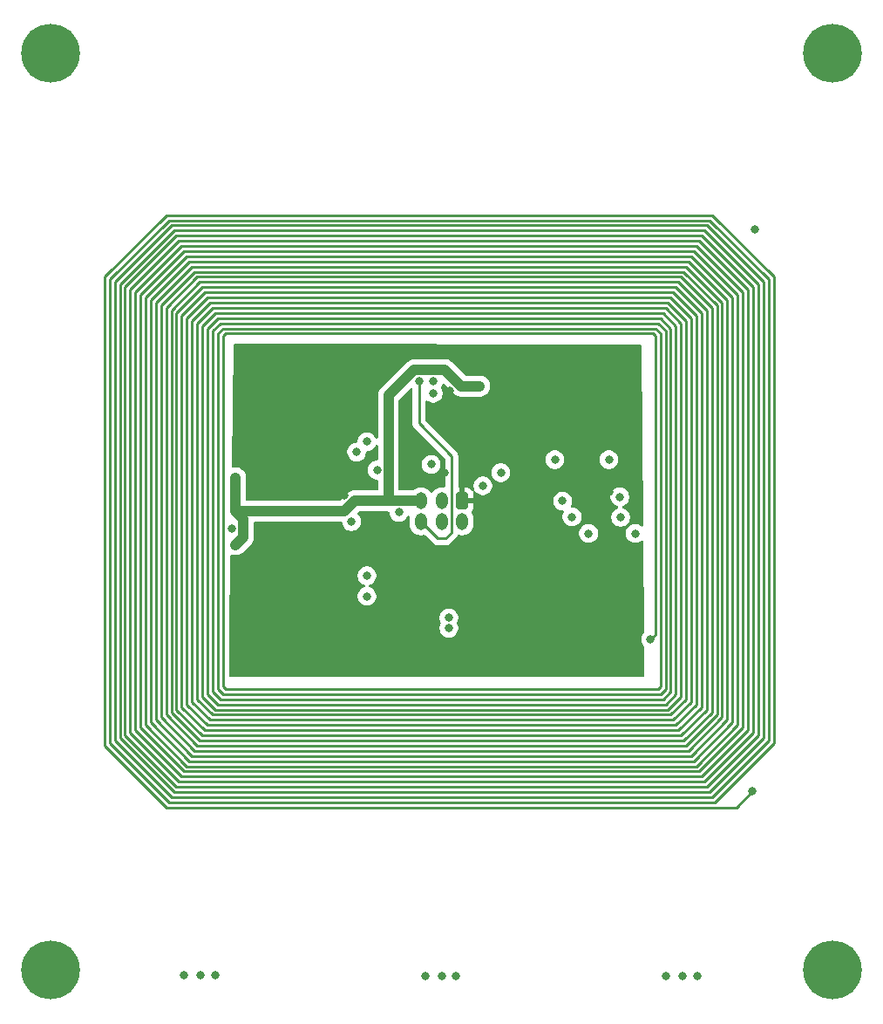
<source format=gbr>
%TF.GenerationSoftware,KiCad,Pcbnew,9.0.3*%
%TF.CreationDate,2025-09-24T18:37:52-07:00*%
%TF.ProjectId,XY_Faces_V3,58595f46-6163-4657-935f-56332e6b6963,3.0*%
%TF.SameCoordinates,Original*%
%TF.FileFunction,Copper,L2,Inr*%
%TF.FilePolarity,Positive*%
%FSLAX46Y46*%
G04 Gerber Fmt 4.6, Leading zero omitted, Abs format (unit mm)*
G04 Created by KiCad (PCBNEW 9.0.3) date 2025-09-24 18:37:52*
%MOMM*%
%LPD*%
G01*
G04 APERTURE LIST*
G04 Aperture macros list*
%AMRoundRect*
0 Rectangle with rounded corners*
0 $1 Rounding radius*
0 $2 $3 $4 $5 $6 $7 $8 $9 X,Y pos of 4 corners*
0 Add a 4 corners polygon primitive as box body*
4,1,4,$2,$3,$4,$5,$6,$7,$8,$9,$2,$3,0*
0 Add four circle primitives for the rounded corners*
1,1,$1+$1,$2,$3*
1,1,$1+$1,$4,$5*
1,1,$1+$1,$6,$7*
1,1,$1+$1,$8,$9*
0 Add four rect primitives between the rounded corners*
20,1,$1+$1,$2,$3,$4,$5,0*
20,1,$1+$1,$4,$5,$6,$7,0*
20,1,$1+$1,$6,$7,$8,$9,0*
20,1,$1+$1,$8,$9,$2,$3,0*%
G04 Aperture macros list end*
%TA.AperFunction,ComponentPad*%
%ADD10C,5.700000*%
%TD*%
%TA.AperFunction,ComponentPad*%
%ADD11RoundRect,0.250000X0.350000X0.575000X-0.350000X0.575000X-0.350000X-0.575000X0.350000X-0.575000X0*%
%TD*%
%TA.AperFunction,ComponentPad*%
%ADD12O,1.200000X1.650000*%
%TD*%
%TA.AperFunction,ViaPad*%
%ADD13C,0.800000*%
%TD*%
%TA.AperFunction,Conductor*%
%ADD14C,1.000000*%
%TD*%
%TA.AperFunction,Conductor*%
%ADD15C,0.250000*%
%TD*%
G04 APERTURE END LIST*
D10*
%TO.N,unconnected-(J2-Pin_1-Pad1)*%
%TO.C,J2*%
X106500000Y-70300000D03*
%TD*%
%TO.N,unconnected-(J3-Pin_1-Pad1)*%
%TO.C,J3*%
X106500000Y-159300000D03*
%TD*%
%TO.N,unconnected-(J4-Pin_1-Pad1)*%
%TO.C,J4*%
X182500000Y-70300000D03*
%TD*%
%TO.N,unconnected-(J5-Pin_1-Pad1)*%
%TO.C,J5*%
X182500000Y-159300000D03*
%TD*%
D11*
%TO.N,GND*%
%TO.C,CN1*%
X146500001Y-113750001D03*
D12*
%TO.N,SDAIN*%
X146500001Y-115750002D03*
%TO.N,VSOLAR*%
X144500000Y-113750001D03*
%TO.N,+3V3*%
X144500001Y-115750001D03*
%TO.N,VSOLAR*%
X142500001Y-113750001D03*
%TO.N,SCLIN*%
X142500000Y-115750001D03*
%TD*%
D13*
%TO.N,GND*%
X153250000Y-111750000D03*
X169300000Y-159860000D03*
X153500000Y-116000000D03*
X160825000Y-112900000D03*
X157100000Y-110000000D03*
X143800000Y-126000000D03*
X145272182Y-103027818D03*
X144520000Y-159900000D03*
X119500000Y-159800000D03*
X167920000Y-159860000D03*
X144750000Y-111000000D03*
X142900000Y-159900000D03*
X166300000Y-159860000D03*
X145900000Y-159900000D03*
X146112347Y-118387653D03*
X154500000Y-117250000D03*
X135015253Y-113208948D03*
X121120000Y-159800000D03*
X124150000Y-116450000D03*
X122500000Y-159800000D03*
X160750000Y-114500000D03*
%TO.N,+3V3*%
X150250000Y-111000000D03*
X145200000Y-125100000D03*
X143700000Y-102100000D03*
X163300000Y-116900000D03*
X138227388Y-110744462D03*
X135750000Y-115750000D03*
X143700000Y-103300000D03*
X140346149Y-114850001D03*
X160750000Y-109750000D03*
X158775000Y-116900000D03*
X145200000Y-126100000D03*
X155500000Y-109750000D03*
%TO.N,VSOLAR*%
X146400000Y-102600000D03*
X124500000Y-114750000D03*
X124500000Y-111500000D03*
X124500000Y-118000000D03*
X148200000Y-102600000D03*
%TO.N,/SCL*%
X148508348Y-112272245D03*
X143496487Y-110201487D03*
%TO.N,/SDA*%
X157165885Y-115284647D03*
X156250000Y-113750000D03*
%TO.N,Net-(SC3--)*%
X137250000Y-123000000D03*
X136250000Y-109000000D03*
X137250000Y-108000000D03*
X137250000Y-121000000D03*
%TO.N,Net-(U3-OUT+)*%
X161890000Y-115330000D03*
X174680000Y-141950000D03*
X161820000Y-113350000D03*
X164800000Y-127190000D03*
X174900000Y-87350000D03*
%TO.N,SCLIN*%
X142300000Y-102100000D03*
%TD*%
D14*
%TO.N,VSOLAR*%
X139328388Y-113521613D02*
X139328388Y-103514562D01*
X139328388Y-103514562D02*
X141843950Y-100999000D01*
X124500000Y-114750000D02*
X125251000Y-115501000D01*
X141843950Y-100999000D02*
X144799000Y-100999000D01*
X125251000Y-115501000D02*
X125251000Y-117249000D01*
X136031250Y-113750001D02*
X135031251Y-114750000D01*
X142500001Y-113750001D02*
X139100000Y-113750001D01*
X139100000Y-113750001D02*
X136031250Y-113750001D01*
X135031251Y-114750000D02*
X124500000Y-114750000D01*
X144799000Y-100999000D02*
X146400000Y-102600000D01*
X139100000Y-113750001D02*
X139328388Y-113521613D01*
X124500000Y-114750000D02*
X124500000Y-111500000D01*
X125251000Y-117249000D02*
X124500000Y-118000000D01*
X146400000Y-102600000D02*
X148200000Y-102600000D01*
D15*
%TO.N,Net-(U3-OUT+)*%
X167750000Y-132750000D02*
X167750000Y-96500000D01*
X170750000Y-142500000D02*
X176250000Y-137000000D01*
X168250000Y-133000000D02*
X168250000Y-96250000D01*
X172250000Y-135000000D02*
X172250000Y-94250000D01*
X112750000Y-92500000D02*
X112750000Y-137000000D01*
X168500000Y-138000000D02*
X171750000Y-134750000D01*
X173750000Y-135750000D02*
X173750000Y-93500000D01*
X173250000Y-93750000D02*
X169000000Y-89500000D01*
X113750000Y-136500000D02*
X118750000Y-141500000D01*
X121250000Y-132750000D02*
X122500000Y-134000000D01*
X120000000Y-90500000D02*
X116250000Y-94250000D01*
X122750000Y-97500000D02*
X122750000Y-132000000D01*
X114250000Y-136250000D02*
X119000000Y-141000000D01*
X166000000Y-133000000D02*
X166750000Y-132250000D01*
X168750000Y-138500000D02*
X172250000Y-135000000D01*
X121500000Y-136000000D02*
X167500000Y-136000000D01*
X123500000Y-132000000D02*
X165500000Y-132000000D01*
X174750000Y-136250000D02*
X174750000Y-93000000D01*
X117750000Y-143500000D02*
X173130000Y-143500000D01*
X167250000Y-132500000D02*
X167250000Y-96750000D01*
X121000000Y-137000000D02*
X168000000Y-137000000D01*
X167750000Y-92000000D02*
X120750000Y-92000000D01*
X170750000Y-95000000D02*
X167750000Y-92000000D01*
X171250000Y-134500000D02*
X171250000Y-94750000D01*
X169250000Y-89000000D02*
X119250000Y-89000000D01*
X121500000Y-93500000D02*
X119250000Y-95750000D01*
X122000000Y-135000000D02*
X167000000Y-135000000D01*
X167000000Y-135000000D02*
X168750000Y-133250000D01*
X118750000Y-88000000D02*
X113750000Y-93000000D01*
X121750000Y-135500000D02*
X167250000Y-135500000D01*
X116750000Y-94500000D02*
X116750000Y-135000000D01*
X123500000Y-97500000D02*
X123250000Y-97750000D01*
X170250000Y-95250000D02*
X167500000Y-92500000D01*
X174250000Y-93250000D02*
X169500000Y-88500000D01*
X116250000Y-135250000D02*
X120000000Y-139000000D01*
X167750000Y-96500000D02*
X166250000Y-95000000D01*
X117750000Y-86000000D02*
X111750000Y-92000000D01*
X119750000Y-139500000D02*
X169250000Y-139500000D01*
X114250000Y-93250000D02*
X114250000Y-136250000D01*
X165250000Y-126740000D02*
X165250000Y-97750000D01*
X169500000Y-140000000D02*
X173750000Y-135750000D01*
X165000000Y-97500000D02*
X123500000Y-97500000D01*
X120250000Y-138500000D02*
X168750000Y-138500000D01*
X175250000Y-136500000D02*
X175250000Y-92750000D01*
X168000000Y-137000000D02*
X170750000Y-134250000D01*
X175750000Y-136750000D02*
X175750000Y-92500000D01*
X165250000Y-97000000D02*
X123250000Y-97000000D01*
X174250000Y-136000000D02*
X174250000Y-93250000D01*
X169000000Y-89500000D02*
X119500000Y-89500000D01*
X171750000Y-134750000D02*
X171750000Y-94500000D01*
X118250000Y-95250000D02*
X118250000Y-134250000D01*
X166250000Y-132000000D02*
X166250000Y-97250000D01*
X170250000Y-134000000D02*
X170250000Y-95250000D01*
X119000000Y-141000000D02*
X170000000Y-141000000D01*
X169750000Y-133750000D02*
X169750000Y-95500000D01*
X118500000Y-142000000D02*
X170500000Y-142000000D01*
X168750000Y-133250000D02*
X168750000Y-96000000D01*
X111750000Y-137500000D02*
X117750000Y-143500000D01*
X118750000Y-141500000D02*
X170250000Y-141500000D01*
X176250000Y-92250000D02*
X170500000Y-86500000D01*
X166250000Y-97250000D02*
X165500000Y-96500000D01*
X165750000Y-131750000D02*
X165750000Y-97500000D01*
X119000000Y-88500000D02*
X114250000Y-93250000D01*
X166000000Y-95500000D02*
X122500000Y-95500000D01*
X113750000Y-93000000D02*
X113750000Y-136500000D01*
X119250000Y-89000000D02*
X114750000Y-93500000D01*
X118000000Y-86500000D02*
X112250000Y-92250000D01*
X165750000Y-132500000D02*
X166250000Y-132000000D01*
X120000000Y-139000000D02*
X169000000Y-139000000D01*
X119500000Y-89500000D02*
X115250000Y-93750000D01*
X112750000Y-137000000D02*
X118250000Y-142500000D01*
X117250000Y-134750000D02*
X120500000Y-138000000D01*
X167250000Y-93000000D02*
X121250000Y-93000000D01*
X169000000Y-139000000D02*
X172750000Y-135250000D01*
X166750000Y-134500000D02*
X168250000Y-133000000D01*
X117750000Y-134500000D02*
X120750000Y-137500000D01*
X123250000Y-131750000D02*
X123500000Y-132000000D01*
X169250000Y-95750000D02*
X167000000Y-93500000D01*
X120500000Y-138000000D02*
X168500000Y-138000000D01*
X176750000Y-92000000D02*
X170750000Y-86000000D01*
X120250000Y-91000000D02*
X116750000Y-94500000D01*
X168750000Y-90000000D02*
X119750000Y-90000000D01*
X122000000Y-94500000D02*
X120250000Y-96250000D01*
X122250000Y-132250000D02*
X123000000Y-133000000D01*
X120750000Y-92000000D02*
X117750000Y-95000000D01*
X165500000Y-96500000D02*
X123000000Y-96500000D01*
X170500000Y-86500000D02*
X118000000Y-86500000D01*
X167250000Y-96750000D02*
X166000000Y-95500000D01*
X165750000Y-96000000D02*
X122750000Y-96000000D01*
X170000000Y-87500000D02*
X118500000Y-87500000D01*
X122750000Y-96000000D02*
X121750000Y-97000000D01*
X173750000Y-93500000D02*
X169250000Y-89000000D01*
X166750000Y-132250000D02*
X166750000Y-97000000D01*
X168250000Y-137500000D02*
X171250000Y-134500000D01*
X168250000Y-91000000D02*
X120250000Y-91000000D01*
X168500000Y-90500000D02*
X120000000Y-90500000D01*
X115250000Y-135750000D02*
X119500000Y-140000000D01*
X166500000Y-94500000D02*
X122000000Y-94500000D01*
X168000000Y-91500000D02*
X120500000Y-91500000D01*
X116750000Y-135000000D02*
X120250000Y-138500000D01*
X115250000Y-93750000D02*
X115250000Y-135750000D01*
X120750000Y-133000000D02*
X122250000Y-134500000D01*
X115750000Y-94000000D02*
X115750000Y-135500000D01*
X176750000Y-137250000D02*
X176750000Y-92000000D01*
X113250000Y-136750000D02*
X118500000Y-142000000D01*
X122750000Y-132000000D02*
X123250000Y-132500000D01*
X120500000Y-91500000D02*
X117250000Y-94750000D01*
X117750000Y-95000000D02*
X117750000Y-134500000D01*
X119250000Y-133750000D02*
X121500000Y-136000000D01*
X120250000Y-96250000D02*
X120250000Y-133250000D01*
X118750000Y-95500000D02*
X118750000Y-134000000D01*
X171000000Y-143000000D02*
X176750000Y-137250000D01*
X170250000Y-141500000D02*
X175250000Y-136500000D01*
X123000000Y-133000000D02*
X166000000Y-133000000D01*
X119750000Y-133500000D02*
X121750000Y-135500000D01*
X169500000Y-88500000D02*
X119000000Y-88500000D01*
X118750000Y-134000000D02*
X121250000Y-136500000D01*
X112250000Y-92250000D02*
X112250000Y-137250000D01*
X166250000Y-95000000D02*
X122250000Y-95000000D01*
X170500000Y-142000000D02*
X175750000Y-136750000D01*
X115750000Y-135500000D02*
X119750000Y-139500000D01*
X119500000Y-140000000D02*
X169500000Y-140000000D01*
X172750000Y-94000000D02*
X168750000Y-90000000D01*
X120250000Y-133250000D02*
X122000000Y-135000000D01*
X121750000Y-97000000D02*
X121750000Y-132500000D01*
X123250000Y-97000000D02*
X122750000Y-97500000D01*
X170000000Y-141000000D02*
X174750000Y-136250000D01*
X122250000Y-97250000D02*
X122250000Y-132250000D01*
X167500000Y-92500000D02*
X121000000Y-92500000D01*
X166750000Y-94000000D02*
X121750000Y-94000000D01*
X170750000Y-86000000D02*
X117750000Y-86000000D01*
X121000000Y-92500000D02*
X118250000Y-95250000D01*
X176250000Y-137000000D02*
X176250000Y-92250000D01*
X121750000Y-132500000D02*
X122750000Y-133500000D01*
X119250000Y-95750000D02*
X119250000Y-133750000D01*
X169250000Y-133500000D02*
X169250000Y-95750000D01*
X167250000Y-135500000D02*
X169250000Y-133500000D01*
X172250000Y-94250000D02*
X168500000Y-90500000D01*
X118250000Y-134250000D02*
X121000000Y-137000000D01*
X121250000Y-96750000D02*
X121250000Y-132750000D01*
X165500000Y-132000000D02*
X165750000Y-131750000D01*
X175250000Y-92750000D02*
X170000000Y-87500000D01*
X121250000Y-93000000D02*
X118750000Y-95500000D01*
X168750000Y-96000000D02*
X166750000Y-94000000D01*
X116250000Y-94250000D02*
X116250000Y-135250000D01*
X123000000Y-96500000D02*
X122250000Y-97250000D01*
X111750000Y-92000000D02*
X111750000Y-137500000D01*
X169750000Y-88000000D02*
X118750000Y-88000000D01*
X122250000Y-95000000D02*
X120750000Y-96500000D01*
X170250000Y-87000000D02*
X118250000Y-87000000D01*
X121750000Y-94000000D02*
X119750000Y-96000000D01*
X166250000Y-133500000D02*
X167250000Y-132500000D01*
X173250000Y-135500000D02*
X173250000Y-93750000D01*
X119750000Y-90000000D02*
X115750000Y-94000000D01*
X172750000Y-135250000D02*
X172750000Y-94000000D01*
X118500000Y-87500000D02*
X113250000Y-92750000D01*
X114750000Y-93500000D02*
X114750000Y-136000000D01*
X122500000Y-95500000D02*
X121250000Y-96750000D01*
X118250000Y-87000000D02*
X112750000Y-92500000D01*
X122250000Y-134500000D02*
X166750000Y-134500000D01*
X173130000Y-143500000D02*
X174680000Y-141950000D01*
X122500000Y-134000000D02*
X166500000Y-134000000D01*
X113250000Y-92750000D02*
X113250000Y-136750000D01*
X114750000Y-136000000D02*
X119250000Y-140500000D01*
X121250000Y-136500000D02*
X167750000Y-136500000D01*
X169750000Y-140500000D02*
X174250000Y-136000000D01*
X169250000Y-139500000D02*
X173250000Y-135500000D01*
X122750000Y-133500000D02*
X166250000Y-133500000D01*
X123250000Y-132500000D02*
X165750000Y-132500000D01*
X166500000Y-134000000D02*
X167750000Y-132750000D01*
X167000000Y-93500000D02*
X121500000Y-93500000D01*
X165250000Y-97750000D02*
X165000000Y-97500000D01*
X174750000Y-93000000D02*
X169750000Y-88000000D01*
X123250000Y-97750000D02*
X123250000Y-131750000D01*
X167500000Y-136000000D02*
X169750000Y-133750000D01*
X118250000Y-142500000D02*
X170750000Y-142500000D01*
X170750000Y-134250000D02*
X170750000Y-95000000D01*
X120750000Y-137500000D02*
X168250000Y-137500000D01*
X168250000Y-96250000D02*
X166500000Y-94500000D01*
X167750000Y-136500000D02*
X170250000Y-134000000D01*
X166750000Y-97000000D02*
X165750000Y-96000000D01*
X119750000Y-96000000D02*
X119750000Y-133500000D01*
X165750000Y-97500000D02*
X165250000Y-97000000D01*
X171250000Y-94750000D02*
X168000000Y-91500000D01*
X118000000Y-143000000D02*
X171000000Y-143000000D01*
X117250000Y-94750000D02*
X117250000Y-134750000D01*
X175750000Y-92500000D02*
X170250000Y-87000000D01*
X112250000Y-137250000D02*
X118000000Y-143000000D01*
X171750000Y-94500000D02*
X168250000Y-91000000D01*
X119250000Y-140500000D02*
X169750000Y-140500000D01*
X120750000Y-96500000D02*
X120750000Y-133000000D01*
X164800000Y-127190000D02*
X165250000Y-126740000D01*
X169750000Y-95500000D02*
X167250000Y-93000000D01*
%TO.N,SCLIN*%
X144900000Y-117400000D02*
X144149999Y-117400000D01*
X142300000Y-106200000D02*
X145476000Y-109376000D01*
X145476000Y-116824000D02*
X144900000Y-117400000D01*
X144149999Y-117400000D02*
X142500000Y-115750001D01*
X142300000Y-102100000D02*
X142300000Y-106200000D01*
X145476000Y-109376000D02*
X145476000Y-116824000D01*
%TD*%
%TA.AperFunction,Conductor*%
%TO.N,GND*%
G36*
X163824707Y-98596543D02*
G01*
X163891694Y-98616396D01*
X163937316Y-98669315D01*
X163948389Y-98719570D01*
X164084704Y-116099882D01*
X164065546Y-116167074D01*
X164013103Y-116213242D01*
X163944024Y-116223727D01*
X163884229Y-116197661D01*
X163884200Y-116197706D01*
X163883953Y-116197541D01*
X163882044Y-116196709D01*
X163879134Y-116194321D01*
X163730342Y-116094901D01*
X163730332Y-116094896D01*
X163565000Y-116026413D01*
X163564992Y-116026411D01*
X163389483Y-115991500D01*
X163389479Y-115991500D01*
X163210521Y-115991500D01*
X163210516Y-115991500D01*
X163035007Y-116026411D01*
X163034999Y-116026413D01*
X162869667Y-116094896D01*
X162869657Y-116094901D01*
X162720865Y-116194321D01*
X162720861Y-116194324D01*
X162594324Y-116320861D01*
X162594321Y-116320865D01*
X162494901Y-116469657D01*
X162494896Y-116469667D01*
X162426413Y-116634999D01*
X162426411Y-116635007D01*
X162391500Y-116810516D01*
X162391500Y-116989483D01*
X162426411Y-117164992D01*
X162426413Y-117165000D01*
X162494896Y-117330332D01*
X162494901Y-117330342D01*
X162594321Y-117479134D01*
X162594324Y-117479138D01*
X162720861Y-117605675D01*
X162720865Y-117605678D01*
X162869657Y-117705098D01*
X162869661Y-117705100D01*
X162869664Y-117705102D01*
X163035000Y-117773587D01*
X163210516Y-117808499D01*
X163210520Y-117808500D01*
X163210521Y-117808500D01*
X163389480Y-117808500D01*
X163389481Y-117808499D01*
X163565000Y-117773587D01*
X163730336Y-117705102D01*
X163879135Y-117605678D01*
X163885464Y-117599349D01*
X163946785Y-117565861D01*
X164016477Y-117570842D01*
X164072413Y-117612711D01*
X164096833Y-117678174D01*
X164097145Y-117686053D01*
X164166169Y-126486677D01*
X164147011Y-126553869D01*
X164129856Y-126575329D01*
X164094324Y-126610862D01*
X164094319Y-126610868D01*
X163994901Y-126759657D01*
X163994896Y-126759667D01*
X163926413Y-126924999D01*
X163926411Y-126925007D01*
X163891500Y-127100516D01*
X163891500Y-127279483D01*
X163926411Y-127454992D01*
X163926413Y-127455000D01*
X163994896Y-127620332D01*
X163994901Y-127620342D01*
X164094321Y-127769134D01*
X164094324Y-127769138D01*
X164140958Y-127815771D01*
X164174444Y-127877094D01*
X164177274Y-127902480D01*
X164199020Y-130675027D01*
X164179862Y-130742219D01*
X164127419Y-130788387D01*
X164075024Y-130800000D01*
X124007500Y-130800000D01*
X123940461Y-130780315D01*
X123894706Y-130727511D01*
X123883500Y-130676000D01*
X123883500Y-125456981D01*
X123883515Y-125455044D01*
X123890461Y-125010516D01*
X144291500Y-125010516D01*
X144291500Y-125189483D01*
X144326411Y-125364992D01*
X144326413Y-125365000D01*
X144394898Y-125530336D01*
X144395418Y-125531115D01*
X144395565Y-125531584D01*
X144397768Y-125535706D01*
X144396986Y-125536123D01*
X144416292Y-125597794D01*
X144397804Y-125665173D01*
X144395418Y-125668885D01*
X144394898Y-125669663D01*
X144326413Y-125834999D01*
X144326411Y-125835007D01*
X144291500Y-126010516D01*
X144291500Y-126189483D01*
X144326411Y-126364992D01*
X144326413Y-126365000D01*
X144394896Y-126530332D01*
X144394901Y-126530342D01*
X144494321Y-126679134D01*
X144494324Y-126679138D01*
X144620861Y-126805675D01*
X144620865Y-126805678D01*
X144769657Y-126905098D01*
X144769661Y-126905100D01*
X144769664Y-126905102D01*
X144935000Y-126973587D01*
X145110516Y-127008499D01*
X145110520Y-127008500D01*
X145110521Y-127008500D01*
X145289480Y-127008500D01*
X145289481Y-127008499D01*
X145465000Y-126973587D01*
X145630336Y-126905102D01*
X145779135Y-126805678D01*
X145905678Y-126679135D01*
X146005102Y-126530336D01*
X146073587Y-126365000D01*
X146108500Y-126189479D01*
X146108500Y-126010521D01*
X146073587Y-125835000D01*
X146005102Y-125669664D01*
X146004587Y-125668893D01*
X146004441Y-125668428D01*
X146002229Y-125664289D01*
X146003013Y-125663869D01*
X145983708Y-125602216D01*
X146002191Y-125534835D01*
X146004587Y-125531107D01*
X146004689Y-125530953D01*
X146005102Y-125530336D01*
X146073587Y-125365000D01*
X146108500Y-125189479D01*
X146108500Y-125010521D01*
X146073587Y-124835000D01*
X146005102Y-124669664D01*
X146005100Y-124669661D01*
X146005098Y-124669657D01*
X145905678Y-124520865D01*
X145905675Y-124520861D01*
X145779138Y-124394324D01*
X145779134Y-124394321D01*
X145630342Y-124294901D01*
X145630332Y-124294896D01*
X145465000Y-124226413D01*
X145464992Y-124226411D01*
X145289483Y-124191500D01*
X145289479Y-124191500D01*
X145110521Y-124191500D01*
X145110516Y-124191500D01*
X144935007Y-124226411D01*
X144934999Y-124226413D01*
X144769667Y-124294896D01*
X144769657Y-124294901D01*
X144620865Y-124394321D01*
X144620861Y-124394324D01*
X144494324Y-124520861D01*
X144494321Y-124520865D01*
X144394901Y-124669657D01*
X144394896Y-124669667D01*
X144326413Y-124834999D01*
X144326411Y-124835007D01*
X144291500Y-125010516D01*
X123890461Y-125010516D01*
X123890586Y-125002492D01*
X123893203Y-124834999D01*
X123954523Y-120910516D01*
X136341500Y-120910516D01*
X136341500Y-121089483D01*
X136376411Y-121264992D01*
X136376413Y-121265000D01*
X136444896Y-121430332D01*
X136444901Y-121430342D01*
X136544321Y-121579134D01*
X136544324Y-121579138D01*
X136670861Y-121705675D01*
X136670865Y-121705678D01*
X136819657Y-121805098D01*
X136819661Y-121805100D01*
X136819664Y-121805102D01*
X136985000Y-121873587D01*
X136985004Y-121873587D01*
X136985005Y-121873588D01*
X137009109Y-121878383D01*
X137071020Y-121910768D01*
X137105594Y-121971484D01*
X137101854Y-122041253D01*
X137060987Y-122097925D01*
X137009109Y-122121617D01*
X136985005Y-122126411D01*
X136984999Y-122126413D01*
X136819667Y-122194896D01*
X136819657Y-122194901D01*
X136670865Y-122294321D01*
X136670861Y-122294324D01*
X136544324Y-122420861D01*
X136544321Y-122420865D01*
X136444901Y-122569657D01*
X136444896Y-122569667D01*
X136376413Y-122734999D01*
X136376411Y-122735007D01*
X136341500Y-122910516D01*
X136341500Y-123089483D01*
X136376411Y-123264992D01*
X136376413Y-123265000D01*
X136444896Y-123430332D01*
X136444901Y-123430342D01*
X136544321Y-123579134D01*
X136544324Y-123579138D01*
X136670861Y-123705675D01*
X136670865Y-123705678D01*
X136819657Y-123805098D01*
X136819661Y-123805100D01*
X136819664Y-123805102D01*
X136985000Y-123873587D01*
X137160516Y-123908499D01*
X137160520Y-123908500D01*
X137160521Y-123908500D01*
X137339480Y-123908500D01*
X137339481Y-123908499D01*
X137515000Y-123873587D01*
X137680336Y-123805102D01*
X137829135Y-123705678D01*
X137955678Y-123579135D01*
X138055102Y-123430336D01*
X138123587Y-123265000D01*
X138158500Y-123089479D01*
X138158500Y-122910521D01*
X138123587Y-122735000D01*
X138055102Y-122569664D01*
X138055100Y-122569661D01*
X138055098Y-122569657D01*
X137955678Y-122420865D01*
X137955675Y-122420861D01*
X137829138Y-122294324D01*
X137829134Y-122294321D01*
X137680342Y-122194901D01*
X137680332Y-122194896D01*
X137515000Y-122126413D01*
X137514992Y-122126411D01*
X137490891Y-122121617D01*
X137428980Y-122089233D01*
X137394406Y-122028517D01*
X137398145Y-121958747D01*
X137439011Y-121902075D01*
X137490891Y-121878383D01*
X137501470Y-121876278D01*
X137515000Y-121873587D01*
X137680336Y-121805102D01*
X137829135Y-121705678D01*
X137955678Y-121579135D01*
X138055102Y-121430336D01*
X138123587Y-121265000D01*
X138158500Y-121089479D01*
X138158500Y-120910521D01*
X138123587Y-120735000D01*
X138055102Y-120569664D01*
X138055100Y-120569661D01*
X138055098Y-120569657D01*
X137955678Y-120420865D01*
X137955675Y-120420861D01*
X137829138Y-120294324D01*
X137829134Y-120294321D01*
X137680342Y-120194901D01*
X137680332Y-120194896D01*
X137515000Y-120126413D01*
X137514992Y-120126411D01*
X137339483Y-120091500D01*
X137339479Y-120091500D01*
X137160521Y-120091500D01*
X137160516Y-120091500D01*
X136985007Y-120126411D01*
X136984999Y-120126413D01*
X136819667Y-120194896D01*
X136819657Y-120194901D01*
X136670865Y-120294321D01*
X136670861Y-120294324D01*
X136544324Y-120420861D01*
X136544321Y-120420865D01*
X136444901Y-120569657D01*
X136444896Y-120569667D01*
X136376413Y-120734999D01*
X136376411Y-120735007D01*
X136341500Y-120910516D01*
X123954523Y-120910516D01*
X123983418Y-119061248D01*
X124004147Y-118994528D01*
X124057659Y-118949604D01*
X124126964Y-118940742D01*
X124154847Y-118948625D01*
X124205832Y-118969744D01*
X124400666Y-119008499D01*
X124400669Y-119008500D01*
X124400671Y-119008500D01*
X124599331Y-119008500D01*
X124599332Y-119008499D01*
X124794168Y-118969744D01*
X124977704Y-118893721D01*
X125142881Y-118783353D01*
X126034353Y-117891881D01*
X126144721Y-117726704D01*
X126220744Y-117543169D01*
X126236811Y-117462394D01*
X126259500Y-117348329D01*
X126259500Y-115882500D01*
X126279185Y-115815461D01*
X126331989Y-115769706D01*
X126383500Y-115758500D01*
X134723628Y-115758500D01*
X134790667Y-115778185D01*
X134836422Y-115830989D01*
X134845245Y-115858309D01*
X134876411Y-116014992D01*
X134876413Y-116015000D01*
X134944896Y-116180332D01*
X134944901Y-116180342D01*
X135044321Y-116329134D01*
X135044324Y-116329138D01*
X135170861Y-116455675D01*
X135170865Y-116455678D01*
X135319657Y-116555098D01*
X135319661Y-116555100D01*
X135319664Y-116555102D01*
X135485000Y-116623587D01*
X135660516Y-116658499D01*
X135660520Y-116658500D01*
X135660521Y-116658500D01*
X135839480Y-116658500D01*
X135839481Y-116658499D01*
X136015000Y-116623587D01*
X136180336Y-116555102D01*
X136329135Y-116455678D01*
X136455678Y-116329135D01*
X136555102Y-116180336D01*
X136623587Y-116015000D01*
X136658500Y-115839479D01*
X136658500Y-115660521D01*
X136623587Y-115485000D01*
X136555102Y-115319664D01*
X136555100Y-115319661D01*
X136555098Y-115319657D01*
X136455678Y-115170865D01*
X136455675Y-115170861D01*
X136333830Y-115049016D01*
X136329491Y-115041071D01*
X136322243Y-115035645D01*
X136313007Y-115010882D01*
X136300345Y-114987693D01*
X136300990Y-114978662D01*
X136297827Y-114970180D01*
X136303443Y-114944359D01*
X136305329Y-114918001D01*
X136311147Y-114908947D01*
X136312679Y-114901907D01*
X136333825Y-114873658D01*
X136412666Y-114794817D01*
X136473989Y-114761335D01*
X136500346Y-114758501D01*
X139000671Y-114758501D01*
X139199329Y-114758501D01*
X139313649Y-114758501D01*
X139380688Y-114778186D01*
X139426443Y-114830990D01*
X139437649Y-114882501D01*
X139437649Y-114939484D01*
X139472560Y-115114993D01*
X139472562Y-115115001D01*
X139541045Y-115280333D01*
X139541050Y-115280343D01*
X139640470Y-115429135D01*
X139640473Y-115429139D01*
X139767010Y-115555676D01*
X139767014Y-115555679D01*
X139915806Y-115655099D01*
X139915810Y-115655101D01*
X139915813Y-115655103D01*
X140081149Y-115723588D01*
X140256665Y-115758500D01*
X140256669Y-115758501D01*
X140256670Y-115758501D01*
X140435629Y-115758501D01*
X140435630Y-115758500D01*
X140611149Y-115723588D01*
X140776485Y-115655103D01*
X140925284Y-115555679D01*
X141051827Y-115429136D01*
X141151251Y-115280337D01*
X141179683Y-115211694D01*
X141223522Y-115157294D01*
X141289816Y-115135229D01*
X141357515Y-115152508D01*
X141405126Y-115203644D01*
X141417533Y-115272404D01*
X141416716Y-115278547D01*
X141391500Y-115437759D01*
X141391500Y-116062241D01*
X141418795Y-116234576D01*
X141472710Y-116400514D01*
X141472711Y-116400517D01*
X141500818Y-116455678D01*
X141551478Y-116555103D01*
X141551928Y-116555985D01*
X141654477Y-116697133D01*
X141654481Y-116697138D01*
X141777862Y-116820519D01*
X141777867Y-116820523D01*
X141792654Y-116831266D01*
X141919019Y-116923075D01*
X142020646Y-116974857D01*
X142074483Y-117002289D01*
X142074486Y-117002290D01*
X142157455Y-117029247D01*
X142240426Y-117056206D01*
X142412759Y-117083501D01*
X142412760Y-117083501D01*
X142587240Y-117083501D01*
X142587241Y-117083501D01*
X142759574Y-117056206D01*
X142801070Y-117042722D01*
X142870910Y-117040728D01*
X142927068Y-117072973D01*
X143746162Y-117892068D01*
X143746166Y-117892071D01*
X143849917Y-117961396D01*
X143849923Y-117961399D01*
X143849924Y-117961400D01*
X143965214Y-118009155D01*
X144087600Y-118033499D01*
X144087604Y-118033500D01*
X144087605Y-118033500D01*
X144962395Y-118033500D01*
X144962396Y-118033499D01*
X145084785Y-118009155D01*
X145200075Y-117961400D01*
X145303833Y-117892071D01*
X145968071Y-117227833D01*
X146037400Y-117124075D01*
X146042393Y-117112019D01*
X146086231Y-117057614D01*
X146152524Y-117035546D01*
X146195273Y-117041535D01*
X146240427Y-117056207D01*
X146412760Y-117083502D01*
X146412761Y-117083502D01*
X146587241Y-117083502D01*
X146587242Y-117083502D01*
X146759575Y-117056207D01*
X146925517Y-117002290D01*
X147080982Y-116923076D01*
X147222140Y-116820519D01*
X147232143Y-116810516D01*
X157866500Y-116810516D01*
X157866500Y-116989483D01*
X157901411Y-117164992D01*
X157901413Y-117165000D01*
X157969896Y-117330332D01*
X157969901Y-117330342D01*
X158069321Y-117479134D01*
X158069324Y-117479138D01*
X158195861Y-117605675D01*
X158195865Y-117605678D01*
X158344657Y-117705098D01*
X158344661Y-117705100D01*
X158344664Y-117705102D01*
X158510000Y-117773587D01*
X158685516Y-117808499D01*
X158685520Y-117808500D01*
X158685521Y-117808500D01*
X158864480Y-117808500D01*
X158864481Y-117808499D01*
X159040000Y-117773587D01*
X159205336Y-117705102D01*
X159354135Y-117605678D01*
X159480678Y-117479135D01*
X159580102Y-117330336D01*
X159648587Y-117165000D01*
X159683500Y-116989479D01*
X159683500Y-116810521D01*
X159648587Y-116635000D01*
X159580102Y-116469664D01*
X159580100Y-116469661D01*
X159580098Y-116469657D01*
X159480678Y-116320865D01*
X159480675Y-116320861D01*
X159354138Y-116194324D01*
X159354134Y-116194321D01*
X159205342Y-116094901D01*
X159205332Y-116094896D01*
X159040000Y-116026413D01*
X159039992Y-116026411D01*
X158864483Y-115991500D01*
X158864479Y-115991500D01*
X158685521Y-115991500D01*
X158685516Y-115991500D01*
X158510007Y-116026411D01*
X158509999Y-116026413D01*
X158344667Y-116094896D01*
X158344657Y-116094901D01*
X158195865Y-116194321D01*
X158195861Y-116194324D01*
X158069324Y-116320861D01*
X158069321Y-116320865D01*
X157969901Y-116469657D01*
X157969896Y-116469667D01*
X157901413Y-116634999D01*
X157901411Y-116635007D01*
X157866500Y-116810516D01*
X147232143Y-116810516D01*
X147345518Y-116697141D01*
X147448075Y-116555983D01*
X147527289Y-116400518D01*
X147581206Y-116234576D01*
X147608501Y-116062243D01*
X147608501Y-115437761D01*
X147581206Y-115265428D01*
X147544517Y-115152508D01*
X147527290Y-115099488D01*
X147527289Y-115099485D01*
X147470327Y-114987693D01*
X147448075Y-114944021D01*
X147443520Y-114937752D01*
X147420043Y-114871949D01*
X147435869Y-114803895D01*
X147438743Y-114799626D01*
X147438526Y-114799492D01*
X147534357Y-114644125D01*
X147534359Y-114644120D01*
X147589506Y-114477698D01*
X147589507Y-114477691D01*
X147600000Y-114374987D01*
X147600001Y-114374974D01*
X147600001Y-114000001D01*
X146846411Y-114000001D01*
X146896038Y-113914045D01*
X146925001Y-113805953D01*
X146925001Y-113694049D01*
X146916016Y-113660516D01*
X155341500Y-113660516D01*
X155341500Y-113839483D01*
X155376411Y-114014992D01*
X155376413Y-114015000D01*
X155444896Y-114180332D01*
X155444901Y-114180342D01*
X155544321Y-114329134D01*
X155544324Y-114329138D01*
X155670861Y-114455675D01*
X155670865Y-114455678D01*
X155819657Y-114555098D01*
X155819661Y-114555100D01*
X155819664Y-114555102D01*
X155985000Y-114623587D01*
X156160516Y-114658499D01*
X156160520Y-114658500D01*
X156259631Y-114658500D01*
X156326670Y-114678185D01*
X156372425Y-114730989D01*
X156382369Y-114800147D01*
X156362736Y-114851387D01*
X156360786Y-114854305D01*
X156360781Y-114854314D01*
X156292298Y-115019646D01*
X156292296Y-115019654D01*
X156257385Y-115195163D01*
X156257385Y-115374130D01*
X156292296Y-115549639D01*
X156292298Y-115549647D01*
X156360781Y-115714979D01*
X156360786Y-115714989D01*
X156460206Y-115863781D01*
X156460209Y-115863785D01*
X156586746Y-115990322D01*
X156586750Y-115990325D01*
X156735542Y-116089745D01*
X156735546Y-116089747D01*
X156735549Y-116089749D01*
X156900885Y-116158234D01*
X157076401Y-116193146D01*
X157076405Y-116193147D01*
X157076406Y-116193147D01*
X157255365Y-116193147D01*
X157255366Y-116193146D01*
X157430885Y-116158234D01*
X157596221Y-116089749D01*
X157745020Y-115990325D01*
X157871563Y-115863782D01*
X157970987Y-115714983D01*
X158039472Y-115549647D01*
X158074385Y-115374126D01*
X158074385Y-115195168D01*
X158039472Y-115019647D01*
X157970987Y-114854311D01*
X157970985Y-114854308D01*
X157970983Y-114854304D01*
X157871563Y-114705512D01*
X157871560Y-114705508D01*
X157745023Y-114578971D01*
X157745019Y-114578968D01*
X157596227Y-114479548D01*
X157596217Y-114479543D01*
X157430885Y-114411060D01*
X157430877Y-114411058D01*
X157255368Y-114376147D01*
X157255364Y-114376147D01*
X157156254Y-114376147D01*
X157089215Y-114356462D01*
X157043460Y-114303658D01*
X157033516Y-114234500D01*
X157053149Y-114183260D01*
X157054185Y-114181708D01*
X157055102Y-114180336D01*
X157123587Y-114015000D01*
X157158500Y-113839479D01*
X157158500Y-113660521D01*
X157123587Y-113485000D01*
X157055102Y-113319664D01*
X157055098Y-113319659D01*
X157055096Y-113319654D01*
X157015581Y-113260516D01*
X160911500Y-113260516D01*
X160911500Y-113439483D01*
X160946411Y-113614992D01*
X160946413Y-113615000D01*
X161014896Y-113780332D01*
X161014901Y-113780342D01*
X161114321Y-113929134D01*
X161114324Y-113929138D01*
X161240861Y-114055675D01*
X161240865Y-114055678D01*
X161389657Y-114155098D01*
X161389661Y-114155100D01*
X161389664Y-114155102D01*
X161555000Y-114223587D01*
X161581106Y-114228779D01*
X161643017Y-114261163D01*
X161677592Y-114321879D01*
X161673853Y-114391648D01*
X161632988Y-114448321D01*
X161604369Y-114464958D01*
X161459667Y-114524896D01*
X161459657Y-114524901D01*
X161310865Y-114624321D01*
X161310861Y-114624324D01*
X161184324Y-114750861D01*
X161184321Y-114750865D01*
X161084901Y-114899657D01*
X161084896Y-114899667D01*
X161016413Y-115064999D01*
X161016411Y-115065007D01*
X160981500Y-115240516D01*
X160981500Y-115419483D01*
X161016411Y-115594992D01*
X161016413Y-115595000D01*
X161084896Y-115760332D01*
X161084901Y-115760342D01*
X161184321Y-115909134D01*
X161184324Y-115909138D01*
X161310861Y-116035675D01*
X161310865Y-116035678D01*
X161459657Y-116135098D01*
X161459661Y-116135100D01*
X161459664Y-116135102D01*
X161625000Y-116203587D01*
X161780789Y-116234575D01*
X161800516Y-116238499D01*
X161800520Y-116238500D01*
X161800521Y-116238500D01*
X161979480Y-116238500D01*
X161979481Y-116238499D01*
X162155000Y-116203587D01*
X162320336Y-116135102D01*
X162469135Y-116035678D01*
X162595678Y-115909135D01*
X162695102Y-115760336D01*
X162763587Y-115595000D01*
X162798500Y-115419479D01*
X162798500Y-115240521D01*
X162763587Y-115065000D01*
X162695102Y-114899664D01*
X162695100Y-114899661D01*
X162695098Y-114899657D01*
X162595678Y-114750865D01*
X162595675Y-114750861D01*
X162469138Y-114624324D01*
X162469134Y-114624321D01*
X162320342Y-114524901D01*
X162320332Y-114524896D01*
X162155000Y-114456413D01*
X162154994Y-114456411D01*
X162128891Y-114451219D01*
X162066980Y-114418834D01*
X162032406Y-114358118D01*
X162036147Y-114288348D01*
X162077013Y-114231676D01*
X162105629Y-114215041D01*
X162250336Y-114155102D01*
X162399135Y-114055678D01*
X162525678Y-113929135D01*
X162625102Y-113780336D01*
X162693587Y-113615000D01*
X162728500Y-113439479D01*
X162728500Y-113260521D01*
X162693587Y-113085000D01*
X162625102Y-112919664D01*
X162625100Y-112919661D01*
X162625098Y-112919657D01*
X162525678Y-112770865D01*
X162525675Y-112770861D01*
X162399138Y-112644324D01*
X162399134Y-112644321D01*
X162250342Y-112544901D01*
X162250332Y-112544896D01*
X162085000Y-112476413D01*
X162084992Y-112476411D01*
X161909483Y-112441500D01*
X161909479Y-112441500D01*
X161730521Y-112441500D01*
X161730516Y-112441500D01*
X161555007Y-112476411D01*
X161554999Y-112476413D01*
X161389667Y-112544896D01*
X161389657Y-112544901D01*
X161240865Y-112644321D01*
X161240861Y-112644324D01*
X161114324Y-112770861D01*
X161114321Y-112770865D01*
X161014901Y-112919657D01*
X161014896Y-112919667D01*
X160946413Y-113084999D01*
X160946411Y-113085007D01*
X160911500Y-113260516D01*
X157015581Y-113260516D01*
X156955678Y-113170865D01*
X156955675Y-113170861D01*
X156829138Y-113044324D01*
X156829134Y-113044321D01*
X156680342Y-112944901D01*
X156680332Y-112944896D01*
X156515000Y-112876413D01*
X156514992Y-112876411D01*
X156339483Y-112841500D01*
X156339479Y-112841500D01*
X156160521Y-112841500D01*
X156160516Y-112841500D01*
X155985007Y-112876411D01*
X155984999Y-112876413D01*
X155819667Y-112944896D01*
X155819657Y-112944901D01*
X155670865Y-113044321D01*
X155670861Y-113044324D01*
X155544324Y-113170861D01*
X155544321Y-113170865D01*
X155444901Y-113319657D01*
X155444896Y-113319667D01*
X155376413Y-113484999D01*
X155376411Y-113485007D01*
X155341500Y-113660516D01*
X146916016Y-113660516D01*
X146896038Y-113585957D01*
X146846411Y-113500001D01*
X147600000Y-113500001D01*
X147600000Y-113125029D01*
X147599999Y-113125014D01*
X147589506Y-113022303D01*
X147555594Y-112919962D01*
X147553192Y-112850134D01*
X147588924Y-112790092D01*
X147651444Y-112758899D01*
X147720904Y-112766460D01*
X147775249Y-112810372D01*
X147776403Y-112812068D01*
X147802671Y-112851382D01*
X147929209Y-112977920D01*
X147929213Y-112977923D01*
X148078005Y-113077343D01*
X148078009Y-113077345D01*
X148078012Y-113077347D01*
X148243348Y-113145832D01*
X148418864Y-113180744D01*
X148418868Y-113180745D01*
X148418869Y-113180745D01*
X148597828Y-113180745D01*
X148597829Y-113180744D01*
X148773348Y-113145832D01*
X148938684Y-113077347D01*
X149087483Y-112977923D01*
X149214026Y-112851380D01*
X149313450Y-112702581D01*
X149381935Y-112537245D01*
X149416848Y-112361724D01*
X149416848Y-112182766D01*
X149381935Y-112007245D01*
X149313450Y-111841909D01*
X149313448Y-111841906D01*
X149313446Y-111841902D01*
X149214026Y-111693110D01*
X149214023Y-111693106D01*
X149087486Y-111566569D01*
X149087482Y-111566566D01*
X148938690Y-111467146D01*
X148938680Y-111467141D01*
X148773348Y-111398658D01*
X148773340Y-111398656D01*
X148597831Y-111363745D01*
X148597827Y-111363745D01*
X148418869Y-111363745D01*
X148418864Y-111363745D01*
X148243355Y-111398656D01*
X148243347Y-111398658D01*
X148078015Y-111467141D01*
X148078005Y-111467146D01*
X147929213Y-111566566D01*
X147929209Y-111566569D01*
X147802672Y-111693106D01*
X147802669Y-111693110D01*
X147703249Y-111841902D01*
X147703244Y-111841912D01*
X147634761Y-112007244D01*
X147634759Y-112007252D01*
X147599848Y-112182761D01*
X147599848Y-112361728D01*
X147634759Y-112537237D01*
X147634761Y-112537245D01*
X147652624Y-112580369D01*
X147660093Y-112649838D01*
X147628818Y-112712317D01*
X147568730Y-112747970D01*
X147498904Y-112745477D01*
X147448622Y-112710566D01*
X147447425Y-112711764D01*
X147318346Y-112582685D01*
X147169125Y-112490644D01*
X147169120Y-112490642D01*
X147002698Y-112435495D01*
X147002691Y-112435494D01*
X146899987Y-112425001D01*
X146750001Y-112425001D01*
X146750001Y-113403591D01*
X146664045Y-113353964D01*
X146555953Y-113325001D01*
X146444049Y-113325001D01*
X146335957Y-113353964D01*
X146250001Y-113403591D01*
X146250001Y-112449123D01*
X146176553Y-112411151D01*
X146172215Y-112407005D01*
X146166461Y-112405316D01*
X146147251Y-112383147D01*
X146126042Y-112362877D01*
X146124634Y-112357045D01*
X146120706Y-112352512D01*
X146109500Y-112301001D01*
X146109500Y-110910516D01*
X149341500Y-110910516D01*
X149341500Y-111089483D01*
X149376411Y-111264992D01*
X149376413Y-111265000D01*
X149444896Y-111430332D01*
X149444901Y-111430342D01*
X149544321Y-111579134D01*
X149544324Y-111579138D01*
X149670861Y-111705675D01*
X149670865Y-111705678D01*
X149819657Y-111805098D01*
X149819661Y-111805100D01*
X149819664Y-111805102D01*
X149985000Y-111873587D01*
X150160516Y-111908499D01*
X150160520Y-111908500D01*
X150160521Y-111908500D01*
X150339480Y-111908500D01*
X150339481Y-111908499D01*
X150515000Y-111873587D01*
X150680336Y-111805102D01*
X150829135Y-111705678D01*
X150955678Y-111579135D01*
X151055102Y-111430336D01*
X151123587Y-111265000D01*
X151158500Y-111089479D01*
X151158500Y-110910521D01*
X151123587Y-110735000D01*
X151055102Y-110569664D01*
X151055100Y-110569661D01*
X151055098Y-110569657D01*
X150955678Y-110420865D01*
X150955675Y-110420861D01*
X150829138Y-110294324D01*
X150829134Y-110294321D01*
X150680342Y-110194901D01*
X150680332Y-110194896D01*
X150515000Y-110126413D01*
X150514992Y-110126411D01*
X150339483Y-110091500D01*
X150339479Y-110091500D01*
X150160521Y-110091500D01*
X150160516Y-110091500D01*
X149985007Y-110126411D01*
X149984999Y-110126413D01*
X149819667Y-110194896D01*
X149819657Y-110194901D01*
X149670865Y-110294321D01*
X149670861Y-110294324D01*
X149544324Y-110420861D01*
X149544321Y-110420865D01*
X149444901Y-110569657D01*
X149444896Y-110569667D01*
X149376413Y-110734999D01*
X149376411Y-110735007D01*
X149341500Y-110910516D01*
X146109500Y-110910516D01*
X146109500Y-109660516D01*
X154591500Y-109660516D01*
X154591500Y-109839483D01*
X154626411Y-110014992D01*
X154626413Y-110015000D01*
X154694896Y-110180332D01*
X154694901Y-110180342D01*
X154794321Y-110329134D01*
X154794324Y-110329138D01*
X154920861Y-110455675D01*
X154920865Y-110455678D01*
X155069657Y-110555098D01*
X155069661Y-110555100D01*
X155069664Y-110555102D01*
X155235000Y-110623587D01*
X155392815Y-110654978D01*
X155410516Y-110658499D01*
X155410520Y-110658500D01*
X155410521Y-110658500D01*
X155589480Y-110658500D01*
X155589481Y-110658499D01*
X155765000Y-110623587D01*
X155930336Y-110555102D01*
X156079135Y-110455678D01*
X156205678Y-110329135D01*
X156305102Y-110180336D01*
X156373587Y-110015000D01*
X156408500Y-109839479D01*
X156408500Y-109660521D01*
X156408499Y-109660516D01*
X159841500Y-109660516D01*
X159841500Y-109839483D01*
X159876411Y-110014992D01*
X159876413Y-110015000D01*
X159944896Y-110180332D01*
X159944901Y-110180342D01*
X160044321Y-110329134D01*
X160044324Y-110329138D01*
X160170861Y-110455675D01*
X160170865Y-110455678D01*
X160319657Y-110555098D01*
X160319661Y-110555100D01*
X160319664Y-110555102D01*
X160485000Y-110623587D01*
X160642815Y-110654978D01*
X160660516Y-110658499D01*
X160660520Y-110658500D01*
X160660521Y-110658500D01*
X160839480Y-110658500D01*
X160839481Y-110658499D01*
X161015000Y-110623587D01*
X161180336Y-110555102D01*
X161329135Y-110455678D01*
X161455678Y-110329135D01*
X161555102Y-110180336D01*
X161623587Y-110015000D01*
X161658500Y-109839479D01*
X161658500Y-109660521D01*
X161623587Y-109485000D01*
X161555102Y-109319664D01*
X161555100Y-109319661D01*
X161555098Y-109319657D01*
X161455678Y-109170865D01*
X161455675Y-109170861D01*
X161329138Y-109044324D01*
X161329134Y-109044321D01*
X161180342Y-108944901D01*
X161180332Y-108944896D01*
X161015000Y-108876413D01*
X161014992Y-108876411D01*
X160839483Y-108841500D01*
X160839479Y-108841500D01*
X160660521Y-108841500D01*
X160660516Y-108841500D01*
X160485007Y-108876411D01*
X160484999Y-108876413D01*
X160319667Y-108944896D01*
X160319657Y-108944901D01*
X160170865Y-109044321D01*
X160170861Y-109044324D01*
X160044324Y-109170861D01*
X160044321Y-109170865D01*
X159944901Y-109319657D01*
X159944896Y-109319667D01*
X159876413Y-109484999D01*
X159876411Y-109485007D01*
X159841500Y-109660516D01*
X156408499Y-109660516D01*
X156373587Y-109485000D01*
X156305102Y-109319664D01*
X156305100Y-109319661D01*
X156305098Y-109319657D01*
X156205678Y-109170865D01*
X156205675Y-109170861D01*
X156079138Y-109044324D01*
X156079134Y-109044321D01*
X155930342Y-108944901D01*
X155930332Y-108944896D01*
X155765000Y-108876413D01*
X155764992Y-108876411D01*
X155589483Y-108841500D01*
X155589479Y-108841500D01*
X155410521Y-108841500D01*
X155410516Y-108841500D01*
X155235007Y-108876411D01*
X155234999Y-108876413D01*
X155069667Y-108944896D01*
X155069657Y-108944901D01*
X154920865Y-109044321D01*
X154920861Y-109044324D01*
X154794324Y-109170861D01*
X154794321Y-109170865D01*
X154694901Y-109319657D01*
X154694896Y-109319667D01*
X154626413Y-109484999D01*
X154626411Y-109485007D01*
X154591500Y-109660516D01*
X146109500Y-109660516D01*
X146109500Y-109313605D01*
X146109499Y-109313601D01*
X146085156Y-109191222D01*
X146085155Y-109191215D01*
X146037400Y-109075925D01*
X146037399Y-109075924D01*
X146037396Y-109075918D01*
X145968072Y-108972168D01*
X145940800Y-108944896D01*
X145879833Y-108883929D01*
X142969819Y-105973915D01*
X142936334Y-105912592D01*
X142933500Y-105886234D01*
X142933500Y-104112472D01*
X142953185Y-104045433D01*
X143005989Y-103999678D01*
X143075147Y-103989734D01*
X143126389Y-104009369D01*
X143174605Y-104041586D01*
X143269657Y-104105098D01*
X143269661Y-104105100D01*
X143269664Y-104105102D01*
X143435000Y-104173587D01*
X143610516Y-104208499D01*
X143610520Y-104208500D01*
X143610521Y-104208500D01*
X143789480Y-104208500D01*
X143789481Y-104208499D01*
X143965000Y-104173587D01*
X144130336Y-104105102D01*
X144279135Y-104005678D01*
X144405678Y-103879135D01*
X144505102Y-103730336D01*
X144573587Y-103565000D01*
X144608500Y-103389479D01*
X144608500Y-103210521D01*
X144573587Y-103035000D01*
X144505102Y-102869664D01*
X144505100Y-102869661D01*
X144505098Y-102869657D01*
X144437768Y-102768891D01*
X144416890Y-102702214D01*
X144435374Y-102634833D01*
X144437768Y-102631109D01*
X144505098Y-102530342D01*
X144505098Y-102530341D01*
X144505102Y-102530336D01*
X144550949Y-102419650D01*
X144594788Y-102365249D01*
X144661082Y-102343184D01*
X144728782Y-102360463D01*
X144753190Y-102379424D01*
X145757115Y-103383350D01*
X145757119Y-103383353D01*
X145922296Y-103493722D01*
X146052075Y-103547477D01*
X146105831Y-103569744D01*
X146300666Y-103608499D01*
X146300670Y-103608500D01*
X146300671Y-103608500D01*
X148299330Y-103608500D01*
X148299331Y-103608499D01*
X148494169Y-103569744D01*
X148677704Y-103493721D01*
X148842881Y-103383353D01*
X148983353Y-103242881D01*
X149093721Y-103077704D01*
X149169744Y-102894169D01*
X149208500Y-102699329D01*
X149208500Y-102500671D01*
X149169744Y-102305831D01*
X149093721Y-102122296D01*
X149093720Y-102122295D01*
X149093717Y-102122289D01*
X148983353Y-101957119D01*
X148983350Y-101957115D01*
X148842884Y-101816649D01*
X148842880Y-101816646D01*
X148677710Y-101706282D01*
X148677701Y-101706277D01*
X148494169Y-101630256D01*
X148494161Y-101630254D01*
X148299333Y-101591500D01*
X148299329Y-101591500D01*
X146869096Y-101591500D01*
X146802057Y-101571815D01*
X146781415Y-101555181D01*
X145441884Y-100215649D01*
X145441880Y-100215646D01*
X145276704Y-100105279D01*
X145276694Y-100105275D01*
X145093169Y-100029256D01*
X145093161Y-100029254D01*
X144898333Y-99990500D01*
X144898329Y-99990500D01*
X141744621Y-99990500D01*
X141744616Y-99990500D01*
X141549788Y-100029253D01*
X141549788Y-100029254D01*
X141549785Y-100029255D01*
X141549781Y-100029256D01*
X141496025Y-100051522D01*
X141366250Y-100105275D01*
X141366249Y-100105276D01*
X141201069Y-100215646D01*
X141201065Y-100215649D01*
X139294427Y-102122289D01*
X138685507Y-102731209D01*
X138647825Y-102768891D01*
X138545033Y-102871682D01*
X138434670Y-103036851D01*
X138434665Y-103036860D01*
X138358644Y-103220392D01*
X138358642Y-103220400D01*
X138319888Y-103415228D01*
X138319888Y-107585523D01*
X138300203Y-107652562D01*
X138247399Y-107698317D01*
X138178241Y-107708261D01*
X138114685Y-107679236D01*
X138081327Y-107632976D01*
X138055103Y-107569667D01*
X138055102Y-107569664D01*
X138055100Y-107569661D01*
X138055098Y-107569657D01*
X137955678Y-107420865D01*
X137955675Y-107420861D01*
X137829138Y-107294324D01*
X137829134Y-107294321D01*
X137680342Y-107194901D01*
X137680332Y-107194896D01*
X137515000Y-107126413D01*
X137514992Y-107126411D01*
X137339483Y-107091500D01*
X137339479Y-107091500D01*
X137160521Y-107091500D01*
X137160516Y-107091500D01*
X136985007Y-107126411D01*
X136984999Y-107126413D01*
X136819667Y-107194896D01*
X136819657Y-107194901D01*
X136670865Y-107294321D01*
X136670861Y-107294324D01*
X136544324Y-107420861D01*
X136544321Y-107420865D01*
X136444901Y-107569657D01*
X136444896Y-107569667D01*
X136376413Y-107734999D01*
X136376411Y-107735007D01*
X136341500Y-107910516D01*
X136341500Y-107967500D01*
X136321815Y-108034539D01*
X136269011Y-108080294D01*
X136217500Y-108091500D01*
X136160516Y-108091500D01*
X135985007Y-108126411D01*
X135984999Y-108126413D01*
X135819667Y-108194896D01*
X135819657Y-108194901D01*
X135670865Y-108294321D01*
X135670861Y-108294324D01*
X135544324Y-108420861D01*
X135544321Y-108420865D01*
X135444901Y-108569657D01*
X135444896Y-108569667D01*
X135376413Y-108734999D01*
X135376411Y-108735007D01*
X135341500Y-108910516D01*
X135341500Y-109089483D01*
X135376411Y-109264992D01*
X135376413Y-109265000D01*
X135444896Y-109430332D01*
X135444901Y-109430342D01*
X135544321Y-109579134D01*
X135544324Y-109579138D01*
X135670861Y-109705675D01*
X135670865Y-109705678D01*
X135819657Y-109805098D01*
X135819661Y-109805100D01*
X135819664Y-109805102D01*
X135985000Y-109873587D01*
X136160516Y-109908499D01*
X136160520Y-109908500D01*
X136160521Y-109908500D01*
X136339480Y-109908500D01*
X136339481Y-109908499D01*
X136515000Y-109873587D01*
X136680336Y-109805102D01*
X136829135Y-109705678D01*
X136955678Y-109579135D01*
X137055102Y-109430336D01*
X137123587Y-109265000D01*
X137158500Y-109089479D01*
X137158500Y-109032500D01*
X137178185Y-108965461D01*
X137230989Y-108919706D01*
X137282500Y-108908500D01*
X137339480Y-108908500D01*
X137339481Y-108908499D01*
X137515000Y-108873587D01*
X137680336Y-108805102D01*
X137829135Y-108705678D01*
X137955678Y-108579135D01*
X138055102Y-108430336D01*
X138061672Y-108414476D01*
X138081327Y-108367024D01*
X138125168Y-108312620D01*
X138191462Y-108290555D01*
X138259161Y-108307834D01*
X138306772Y-108358971D01*
X138319888Y-108414476D01*
X138319888Y-109711962D01*
X138300203Y-109779001D01*
X138247399Y-109824756D01*
X138195888Y-109835962D01*
X138137904Y-109835962D01*
X137962395Y-109870873D01*
X137962387Y-109870875D01*
X137797055Y-109939358D01*
X137797045Y-109939363D01*
X137648253Y-110038783D01*
X137648249Y-110038786D01*
X137521712Y-110165323D01*
X137521709Y-110165327D01*
X137422289Y-110314119D01*
X137422284Y-110314129D01*
X137353801Y-110479461D01*
X137353799Y-110479469D01*
X137318888Y-110654978D01*
X137318888Y-110833945D01*
X137353799Y-111009454D01*
X137353800Y-111009459D01*
X137422284Y-111174794D01*
X137422289Y-111174804D01*
X137521709Y-111323596D01*
X137521712Y-111323600D01*
X137648249Y-111450137D01*
X137648253Y-111450140D01*
X137797045Y-111549560D01*
X137797049Y-111549562D01*
X137797052Y-111549564D01*
X137962388Y-111618049D01*
X138134888Y-111652361D01*
X138137904Y-111652961D01*
X138137908Y-111652962D01*
X138195888Y-111652962D01*
X138262927Y-111672647D01*
X138308682Y-111725451D01*
X138319888Y-111776962D01*
X138319888Y-112617501D01*
X138300203Y-112684540D01*
X138247399Y-112730295D01*
X138195888Y-112741501D01*
X135931916Y-112741501D01*
X135737088Y-112780255D01*
X135737080Y-112780257D01*
X135553548Y-112856278D01*
X135553539Y-112856283D01*
X135388369Y-112966647D01*
X135388365Y-112966650D01*
X134649836Y-113705181D01*
X134588513Y-113738666D01*
X134562155Y-113741500D01*
X125632500Y-113741500D01*
X125565461Y-113721815D01*
X125519706Y-113669011D01*
X125508500Y-113617500D01*
X125508500Y-111400670D01*
X125508499Y-111400666D01*
X125469745Y-111205838D01*
X125469744Y-111205831D01*
X125393721Y-111022296D01*
X125393720Y-111022295D01*
X125393717Y-111022289D01*
X125283353Y-110857119D01*
X125283350Y-110857115D01*
X125142884Y-110716649D01*
X125142880Y-110716646D01*
X124977710Y-110606282D01*
X124977701Y-110606277D01*
X124794169Y-110530256D01*
X124794161Y-110530254D01*
X124599333Y-110491500D01*
X124599329Y-110491500D01*
X124400671Y-110491500D01*
X124400666Y-110491500D01*
X124267011Y-110518086D01*
X124197420Y-110511859D01*
X124142242Y-110468996D01*
X124118998Y-110403106D01*
X124118835Y-110394553D01*
X124302819Y-98619613D01*
X124323548Y-98552893D01*
X124377060Y-98507969D01*
X124427112Y-98497554D01*
X163824707Y-98596543D01*
G37*
%TD.AperFunction*%
%TA.AperFunction,Conductor*%
G36*
X141585834Y-102785863D02*
G01*
X141641767Y-102827735D01*
X141666184Y-102893199D01*
X141666500Y-102902045D01*
X141666500Y-106262398D01*
X141690843Y-106384777D01*
X141690845Y-106384785D01*
X141738598Y-106500072D01*
X141738603Y-106500081D01*
X141807928Y-106603832D01*
X141807931Y-106603836D01*
X144806181Y-109602085D01*
X144839666Y-109663408D01*
X144842500Y-109689766D01*
X144842500Y-112311745D01*
X144822815Y-112378784D01*
X144770011Y-112424539D01*
X144700853Y-112434483D01*
X144699102Y-112434218D01*
X144648886Y-112426264D01*
X144587241Y-112416501D01*
X144412759Y-112416501D01*
X144362009Y-112424539D01*
X144240424Y-112443796D01*
X144074486Y-112497711D01*
X144074483Y-112497712D01*
X143919015Y-112576929D01*
X143777867Y-112679478D01*
X143777862Y-112679482D01*
X143654481Y-112802863D01*
X143600318Y-112877413D01*
X143544988Y-112920078D01*
X143475375Y-112926057D01*
X143413580Y-112893451D01*
X143399682Y-112877413D01*
X143345518Y-112802862D01*
X143222140Y-112679484D01*
X143222138Y-112679482D01*
X143222133Y-112679478D01*
X143080985Y-112576929D01*
X143080984Y-112576928D01*
X143080982Y-112576927D01*
X143018118Y-112544896D01*
X142925517Y-112497712D01*
X142925514Y-112497711D01*
X142759576Y-112443796D01*
X142673408Y-112430148D01*
X142587242Y-112416501D01*
X142412760Y-112416501D01*
X142362010Y-112424539D01*
X142240425Y-112443796D01*
X142074487Y-112497711D01*
X142074484Y-112497712D01*
X141919016Y-112576929D01*
X141777868Y-112679478D01*
X141777863Y-112679482D01*
X141752164Y-112705182D01*
X141690841Y-112738667D01*
X141664483Y-112741501D01*
X140460888Y-112741501D01*
X140393849Y-112721816D01*
X140348094Y-112669012D01*
X140336888Y-112617501D01*
X140336888Y-110112003D01*
X142587987Y-110112003D01*
X142587987Y-110290970D01*
X142622898Y-110466479D01*
X142622900Y-110466487D01*
X142691383Y-110631819D01*
X142691388Y-110631829D01*
X142790808Y-110780621D01*
X142790811Y-110780625D01*
X142917348Y-110907162D01*
X142917352Y-110907165D01*
X143066144Y-111006585D01*
X143066148Y-111006587D01*
X143066151Y-111006589D01*
X143231487Y-111075074D01*
X143407003Y-111109986D01*
X143407007Y-111109987D01*
X143407008Y-111109987D01*
X143585967Y-111109987D01*
X143585968Y-111109986D01*
X143761487Y-111075074D01*
X143926823Y-111006589D01*
X144075622Y-110907165D01*
X144202165Y-110780622D01*
X144301589Y-110631823D01*
X144370074Y-110466487D01*
X144404987Y-110290966D01*
X144404987Y-110112008D01*
X144400908Y-110091500D01*
X144370075Y-109936490D01*
X144370074Y-109936488D01*
X144370074Y-109936487D01*
X144301589Y-109771151D01*
X144301587Y-109771148D01*
X144301585Y-109771144D01*
X144202165Y-109622352D01*
X144202162Y-109622348D01*
X144075625Y-109495811D01*
X144075621Y-109495808D01*
X143926829Y-109396388D01*
X143926819Y-109396383D01*
X143761487Y-109327900D01*
X143761479Y-109327898D01*
X143585970Y-109292987D01*
X143585966Y-109292987D01*
X143407008Y-109292987D01*
X143407003Y-109292987D01*
X143231494Y-109327898D01*
X143231486Y-109327900D01*
X143066154Y-109396383D01*
X143066144Y-109396388D01*
X142917352Y-109495808D01*
X142917348Y-109495811D01*
X142790811Y-109622348D01*
X142790808Y-109622352D01*
X142691388Y-109771144D01*
X142691383Y-109771154D01*
X142622900Y-109936486D01*
X142622899Y-109936490D01*
X142587987Y-110112003D01*
X140336888Y-110112003D01*
X140336888Y-103983657D01*
X140356573Y-103916618D01*
X140373202Y-103895981D01*
X141454819Y-102814363D01*
X141516142Y-102780879D01*
X141585834Y-102785863D01*
G37*
%TD.AperFunction*%
%TD*%
M02*

</source>
